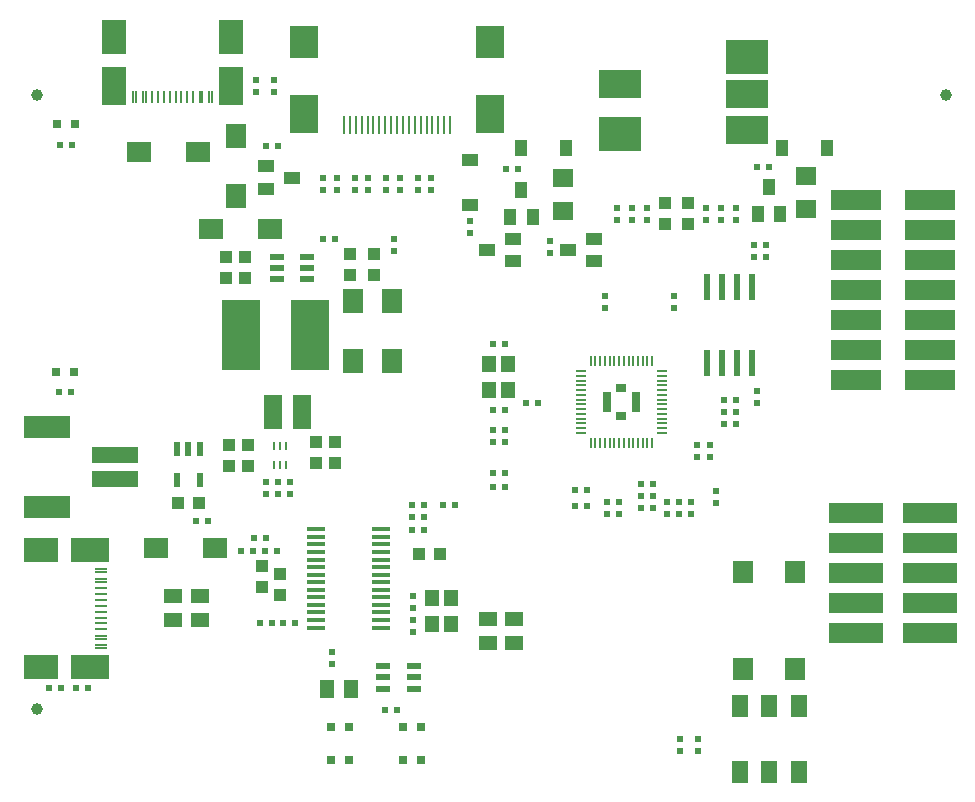
<source format=gbr>
%TF.GenerationSoftware,KiCad,Pcbnew,7.0.9-7.0.9~ubuntu22.04.1*%
%TF.CreationDate,2024-07-19T15:24:13+03:00*%
%TF.ProjectId,RP2040pc_Rev_B,52503230-3430-4706-935f-5265765f422e,B*%
%TF.SameCoordinates,PX68e7780PY7735940*%
%TF.FileFunction,Paste,Top*%
%TF.FilePolarity,Positive*%
%FSLAX46Y46*%
G04 Gerber Fmt 4.6, Leading zero omitted, Abs format (unit mm)*
G04 Created by KiCad (PCBNEW 7.0.9-7.0.9~ubuntu22.04.1) date 2024-07-19 15:24:13*
%MOMM*%
%LPD*%
G01*
G04 APERTURE LIST*
G04 Aperture macros list*
%AMOutline4P*
0 Free polygon, 4 corners , with rotation*
0 The origin of the aperture is its center*
0 number of corners: always 4*
0 $1 to $8 corner X, Y*
0 $9 Rotation angle, in degrees counterclockwise*
0 create outline with 4 corners*
4,1,4,$1,$2,$3,$4,$5,$6,$7,$8,$1,$2,$9*%
G04 Aperture macros list end*
%ADD10R,0.550000X0.500000*%
%ADD11R,0.500000X0.550000*%
%ADD12C,1.000000*%
%ADD13R,1.016000X1.016000*%
%ADD14R,3.550000X2.850000*%
%ADD15R,3.550000X2.450000*%
%ADD16R,3.000000X2.500000*%
%ADD17R,3.000000X2.100000*%
%ADD18R,1.000000X1.400000*%
%ADD19R,1.200000X1.400000*%
%ADD20R,0.600000X2.200000*%
%ADD21R,0.886000X0.211000*%
%ADD22R,0.211000X0.886000*%
%ADD23R,0.800000X1.700000*%
%ADD24R,0.949200X0.800000*%
%ADD25R,1.800000X1.900000*%
%ADD26R,1.778000X1.524000*%
%ADD27R,2.400000X2.800000*%
%ADD28R,2.400000X3.200000*%
%ADD29R,0.230000X1.580000*%
%ADD30R,0.800000X0.800000*%
%ADD31R,0.230000X0.750000*%
%ADD32R,1.524000X1.270000*%
%ADD33Outline4P,-0.850000X-2.125000X0.850000X-2.125000X0.850000X2.125000X-0.850000X2.125000X270.000000*%
%ADD34R,1.270000X1.524000*%
%ADD35R,0.550000X1.200000*%
%ADD36R,2.000000X1.700000*%
%ADD37Outline4P,-0.850000X-2.275000X0.850000X-2.275000X0.850000X2.275000X-0.850000X2.275000X270.000000*%
%ADD38R,1.400000X1.000000*%
%ADD39R,1.500000X0.320000*%
%ADD40R,1.700000X2.000000*%
%ADD41R,1.400000X1.900000*%
%ADD42R,1.200000X0.550000*%
%ADD43R,3.200000X2.100000*%
%ADD44R,2.200000X1.100000*%
%ADD45R,2.000000X1.100000*%
%ADD46R,1.130000X0.280000*%
%ADD47R,1.130000X0.230000*%
%ADD48R,2.100000X3.200000*%
%ADD49R,2.100000X3.000000*%
%ADD50R,1.100000X2.200000*%
%ADD51R,1.100000X2.000000*%
%ADD52R,0.280000X1.130000*%
%ADD53R,0.230000X1.130000*%
%ADD54R,3.200000X6.000000*%
%ADD55R,3.900000X1.900000*%
%ADD56R,3.900000X1.400000*%
%ADD57R,1.600000X3.000000*%
G04 APERTURE END LIST*
D10*
X49766000Y23019000D03*
X49766000Y24035000D03*
D11*
X48115000Y23654000D03*
X47099000Y23654000D03*
D10*
X51925000Y47911000D03*
X51925000Y48927000D03*
X50655000Y47911000D03*
X50655000Y48927000D03*
D12*
X1500000Y58500000D03*
D13*
X54719000Y47530000D03*
X54719000Y49308000D03*
D10*
X53195000Y47911000D03*
X53195000Y48927000D03*
D14*
X61650000Y61700000D03*
D15*
X50850000Y59400000D03*
X61650000Y58600000D03*
X61650000Y55500000D03*
D14*
X50850000Y55200000D03*
D16*
X50950000Y55200000D03*
X61550000Y61700000D03*
D17*
X61550000Y55500000D03*
X61550000Y58600000D03*
X50950000Y59400000D03*
D11*
X41257000Y52229000D03*
X42273000Y52229000D03*
D18*
X41577040Y48200560D03*
X43479500Y48200560D03*
X42524460Y50410360D03*
D10*
X62466000Y32417000D03*
X62466000Y33433000D03*
D11*
X41130000Y26448000D03*
X40114000Y26448000D03*
D10*
X55481000Y40418000D03*
X55481000Y41434000D03*
X49639000Y40418000D03*
X49639000Y41434000D03*
D11*
X41130000Y30131000D03*
X40114000Y30131000D03*
X48115000Y25051000D03*
X47099000Y25051000D03*
D10*
X54846000Y24035000D03*
X54846000Y23019000D03*
D11*
X59672000Y31655000D03*
X60688000Y31655000D03*
X59672000Y30639000D03*
X60688000Y30639000D03*
D10*
X55862000Y24035000D03*
X55862000Y23019000D03*
X56878000Y24035000D03*
X56878000Y23019000D03*
X59037000Y24924000D03*
X59037000Y23908000D03*
D11*
X59672000Y32671000D03*
X60688000Y32671000D03*
X41130000Y31782000D03*
X40114000Y31782000D03*
X40114000Y37370000D03*
X41130000Y37370000D03*
D19*
X41422000Y33476000D03*
X39822000Y35676000D03*
X39822000Y33476000D03*
X41422000Y35676000D03*
D11*
X63228000Y45752000D03*
X62212000Y45752000D03*
X40114000Y25305000D03*
X41130000Y25305000D03*
X42908000Y32417000D03*
X43924000Y32417000D03*
D10*
X57386000Y27845000D03*
X57386000Y28861000D03*
X58529000Y27845000D03*
X58529000Y28861000D03*
D11*
X62212000Y44736000D03*
X63228000Y44736000D03*
D20*
X62085000Y42235000D03*
X60815000Y42235000D03*
X59545000Y42235000D03*
X58275000Y42235000D03*
X58275000Y35765000D03*
X59545000Y35765000D03*
X60815000Y35765000D03*
X62085000Y35765000D03*
D21*
X54437500Y29900000D03*
X54437500Y30300000D03*
X54437500Y30700000D03*
X54437500Y31100000D03*
X54437500Y31500000D03*
X54437500Y31900000D03*
X54437500Y32300000D03*
X54437500Y32700000D03*
X54437500Y33100000D03*
X54437500Y33500000D03*
X54437500Y33900000D03*
X54437500Y34300000D03*
X54437500Y34700000D03*
X54437500Y35100000D03*
D22*
X53600000Y29062500D03*
X53600000Y35937500D03*
X53200000Y29062500D03*
X53200000Y35937500D03*
X52800000Y29062500D03*
X52800000Y35937500D03*
X52400000Y29062500D03*
X52400000Y35937500D03*
D23*
X52193800Y32500000D03*
D22*
X52000000Y29062500D03*
X52000000Y35937500D03*
X51600000Y29062500D03*
X51600000Y35937500D03*
X51200000Y29062500D03*
X51200000Y35937500D03*
D24*
X51000000Y31306200D03*
X51000000Y33693800D03*
D22*
X50800000Y29062500D03*
X50800000Y35937500D03*
X50400000Y29062500D03*
X50400000Y35937500D03*
X50000000Y29062500D03*
X50000000Y35937500D03*
D23*
X49806200Y32500000D03*
D22*
X49600000Y29062500D03*
X49600000Y35937500D03*
X49200000Y29062500D03*
X49200000Y35937500D03*
X48800000Y29062500D03*
X48800000Y35937500D03*
X48400000Y29062500D03*
X48400000Y35937500D03*
D21*
X47562500Y29900000D03*
X47562500Y30300000D03*
X47562500Y30700000D03*
X47562500Y31100000D03*
X47562500Y31500000D03*
X47562500Y31900000D03*
X47562500Y32300000D03*
X47562500Y32700000D03*
X47562500Y33100000D03*
X47562500Y33500000D03*
X47562500Y33900000D03*
X47562500Y34300000D03*
X47562500Y34700000D03*
X47562500Y35100000D03*
D10*
X34907000Y50451000D03*
X34907000Y51467000D03*
X31097000Y50451000D03*
X31097000Y51467000D03*
X26906000Y50451000D03*
X26906000Y51467000D03*
X25763000Y50451000D03*
X25763000Y51467000D03*
D12*
X78500000Y58500000D03*
D25*
X65700000Y18100000D03*
X61300000Y18100000D03*
X65700000Y9900000D03*
X61300000Y9900000D03*
D26*
X46083000Y48673000D03*
X46083000Y51467000D03*
D27*
X24150000Y62950000D03*
D28*
X24150000Y56900000D03*
D27*
X39850000Y62950000D03*
D28*
X39850000Y56900000D03*
D29*
X27500000Y55950000D03*
X28000000Y55950000D03*
X28500000Y55950000D03*
X29000000Y55950000D03*
X29500000Y55950000D03*
X30000000Y55950000D03*
X30500000Y55950000D03*
X31000000Y55950000D03*
X31500000Y55950000D03*
X32000000Y55950000D03*
X32500000Y55950000D03*
X33000000Y55950000D03*
X33500000Y55950000D03*
X34000000Y55950000D03*
X34500000Y55950000D03*
X35000000Y55950000D03*
X35500000Y55950000D03*
X36000000Y55950000D03*
X36500000Y55950000D03*
D10*
X29573000Y50451000D03*
X29573000Y51467000D03*
X28430000Y50451000D03*
X28430000Y51467000D03*
X32240000Y50451000D03*
X32240000Y51467000D03*
X33764000Y50451000D03*
X33764000Y51467000D03*
D11*
X41130000Y29115000D03*
X40114000Y29115000D03*
D12*
X1500000Y6500000D03*
D18*
X46332000Y54007000D03*
X42532000Y54007000D03*
D13*
X26779000Y29115000D03*
X26779000Y27337000D03*
D11*
X26779000Y46260000D03*
X25763000Y46260000D03*
D30*
X34018000Y2191000D03*
X32494000Y2191000D03*
D11*
X3411000Y33306000D03*
X4427000Y33306000D03*
D31*
X21580000Y27197000D03*
X22080000Y27197000D03*
X22580000Y27197000D03*
X21580000Y28747000D03*
X22080000Y28747000D03*
X22580000Y28747000D03*
D11*
X62466000Y52356000D03*
X63482000Y52356000D03*
X33256000Y21622000D03*
X34272000Y21622000D03*
D10*
X60688000Y47911000D03*
X60688000Y48927000D03*
X55989000Y3969000D03*
X55989000Y2953000D03*
D32*
X15349000Y16034000D03*
X15349000Y14002000D03*
X13063000Y16034000D03*
X13063000Y14002000D03*
D10*
X44940000Y45117000D03*
X44940000Y46133000D03*
D33*
X77125000Y49620000D03*
X70875000Y49620000D03*
X77125000Y47080000D03*
X70875000Y47080000D03*
X77125000Y44540000D03*
X70875000Y44540000D03*
X77125000Y42000000D03*
X70875000Y42000000D03*
X77125000Y39460000D03*
X70875000Y39460000D03*
X77125000Y36920000D03*
X70875000Y36920000D03*
X77125000Y34380000D03*
X70875000Y34380000D03*
D34*
X28131000Y8160000D03*
X26099000Y8160000D03*
D13*
X19413000Y28861000D03*
X19413000Y27083000D03*
D10*
X20048000Y58706000D03*
X20048000Y59722000D03*
D30*
X34018000Y4985000D03*
X32494000Y4985000D03*
D35*
X15283000Y28510000D03*
X14333000Y28510000D03*
X13383000Y28510000D03*
X13383000Y25910000D03*
X15283000Y25910000D03*
D10*
X26525000Y11335000D03*
X26525000Y10319000D03*
D32*
X41892000Y14129000D03*
X41892000Y12097000D03*
D30*
X3157000Y35000000D03*
X4681000Y35000000D03*
D36*
X15182000Y53626000D03*
X10182000Y53626000D03*
D13*
X19159000Y42958000D03*
X19159000Y44736000D03*
D10*
X21572000Y58706000D03*
X21572000Y59722000D03*
D11*
X35923000Y23781000D03*
X36939000Y23781000D03*
D37*
X77125000Y23080000D03*
X70875000Y23080000D03*
X77125000Y20540000D03*
X70875000Y20540000D03*
X77125000Y18000000D03*
X70875000Y18000000D03*
X77125000Y15460000D03*
X70875000Y15460000D03*
X77125000Y12920000D03*
X70875000Y12920000D03*
D18*
X68430000Y54007000D03*
X64630000Y54007000D03*
D11*
X52687000Y24543000D03*
X53703000Y24543000D03*
D13*
X13444000Y23908000D03*
X15222000Y23908000D03*
D11*
X21826000Y19844000D03*
X20810000Y19844000D03*
X2522000Y8287000D03*
X3538000Y8287000D03*
D38*
X48714440Y44421040D03*
X48714440Y46323500D03*
X46504640Y45368460D03*
D39*
X30672000Y13398000D03*
X30672000Y14038000D03*
X30672000Y14678000D03*
X30672000Y15318000D03*
X30672000Y15958000D03*
X30672000Y16598000D03*
X30672000Y17238000D03*
X30672000Y17878000D03*
X30672000Y18518000D03*
X30672000Y19158000D03*
X30672000Y19798000D03*
X30672000Y20438000D03*
X30672000Y21078000D03*
X30672000Y21718000D03*
X25172000Y21718000D03*
X25172000Y21078000D03*
X25172000Y20438000D03*
X25172000Y19798000D03*
X25172000Y19158000D03*
X25172000Y18518000D03*
X25172000Y17878000D03*
X25172000Y17238000D03*
X25172000Y16598000D03*
X25172000Y15958000D03*
X25172000Y15318000D03*
X25172000Y14678000D03*
X25172000Y14038000D03*
X25172000Y13398000D03*
D40*
X28303000Y41013000D03*
X28303000Y36013000D03*
D41*
X61000000Y1200000D03*
X63500000Y1200000D03*
X66000000Y1200000D03*
X61000000Y6800000D03*
X63500000Y6800000D03*
X66000000Y6800000D03*
D42*
X24396100Y42897000D03*
X24396100Y43847000D03*
X24396100Y44797000D03*
X21795900Y44797000D03*
X21795900Y43847000D03*
X21795900Y42897000D03*
D38*
X41856440Y44421040D03*
X41856440Y46323500D03*
X39646640Y45368460D03*
D13*
X22080000Y16161000D03*
X22080000Y17939000D03*
D42*
X33413100Y8226000D03*
X33413100Y9176000D03*
X33413100Y10126000D03*
X30812900Y10126000D03*
X30812900Y9176000D03*
X30812900Y8226000D03*
D11*
X20937000Y20987000D03*
X19921000Y20987000D03*
D13*
X56624000Y47530000D03*
X56624000Y49308000D03*
D19*
X34996000Y15864000D03*
X36596000Y13664000D03*
X36596000Y15864000D03*
X34996000Y13664000D03*
D43*
X6030000Y10072400D03*
X6030000Y19927600D03*
D17*
X1850000Y10072400D03*
X1850000Y19927600D03*
D44*
X6030000Y10072400D03*
X6030000Y19927600D03*
D45*
X1850000Y10072400D03*
X1850000Y19927600D03*
D46*
X6932000Y18325000D03*
X6932000Y17525000D03*
D47*
X6932000Y16250000D03*
X6932000Y15250000D03*
X6932000Y14750000D03*
X6932000Y13750000D03*
D46*
X6932000Y12475000D03*
X6932000Y11675000D03*
X6932000Y11925000D03*
X6932000Y12725000D03*
D47*
X6932000Y13250000D03*
X6932000Y14250000D03*
X6932000Y15750000D03*
X6932000Y16750000D03*
D46*
X6932000Y17275000D03*
X6932000Y18075000D03*
D11*
X23350000Y13748000D03*
X22334000Y13748000D03*
D38*
X20892560Y52449960D03*
X20892560Y50547500D03*
X23102360Y51502540D03*
D10*
X50782000Y24035000D03*
X50782000Y23019000D03*
X38209000Y46768000D03*
X38209000Y47784000D03*
D11*
X34272000Y22765000D03*
X33256000Y22765000D03*
D10*
X59418000Y47911000D03*
X59418000Y48927000D03*
D13*
X33891000Y19590000D03*
X35669000Y19590000D03*
D11*
X21445000Y13748000D03*
X20429000Y13748000D03*
D10*
X33383000Y15018000D03*
X33383000Y16034000D03*
D13*
X17508000Y42958000D03*
X17508000Y44736000D03*
D11*
X53703000Y25559000D03*
X52687000Y25559000D03*
D10*
X20937000Y25686000D03*
X20937000Y24670000D03*
D40*
X18397000Y49983000D03*
X18397000Y54983000D03*
D11*
X18778000Y19844000D03*
X19794000Y19844000D03*
D13*
X20556000Y18574000D03*
X20556000Y16796000D03*
D11*
X15984000Y22384000D03*
X14968000Y22384000D03*
X34272000Y23781000D03*
X33256000Y23781000D03*
D48*
X8072400Y59220000D03*
X17927600Y59220000D03*
D49*
X8072400Y63400000D03*
X17927600Y63400000D03*
D50*
X8072400Y59220000D03*
X17927600Y59220000D03*
D51*
X8072400Y63400000D03*
X17927600Y63400000D03*
D52*
X16325000Y58318000D03*
X15525000Y58318000D03*
D53*
X14250000Y58318000D03*
X13250000Y58318000D03*
X12750000Y58318000D03*
X11750000Y58318000D03*
D52*
X10475000Y58318000D03*
X9675000Y58318000D03*
X9925000Y58318000D03*
X10725000Y58318000D03*
D53*
X11250000Y58318000D03*
X12250000Y58318000D03*
X13750000Y58318000D03*
X14750000Y58318000D03*
D52*
X15275000Y58318000D03*
X16075000Y58318000D03*
D10*
X21953000Y25686000D03*
X21953000Y24670000D03*
D36*
X16579000Y20098000D03*
X11579000Y20098000D03*
D10*
X58148000Y47911000D03*
X58148000Y48927000D03*
D13*
X30081000Y43212000D03*
X30081000Y44990000D03*
D36*
X16278000Y47149000D03*
X21278000Y47149000D03*
D13*
X25128000Y29115000D03*
X25128000Y27337000D03*
D38*
X38209000Y52986000D03*
X38209000Y49186000D03*
D13*
X17762000Y28861000D03*
X17762000Y27083000D03*
D32*
X39733000Y14129000D03*
X39733000Y12097000D03*
D11*
X3492000Y54250000D03*
X4508000Y54250000D03*
D30*
X27922000Y4985000D03*
X26398000Y4985000D03*
D11*
X53703000Y23527000D03*
X52687000Y23527000D03*
D10*
X22969000Y25686000D03*
X22969000Y24670000D03*
D11*
X30970000Y6382000D03*
X31986000Y6382000D03*
D40*
X31605000Y41013000D03*
X31605000Y36013000D03*
D13*
X28049000Y43212000D03*
X28049000Y44990000D03*
D10*
X31732000Y45244000D03*
X31732000Y46260000D03*
D18*
X62532040Y48454560D03*
X64434500Y48454560D03*
X63479460Y50664360D03*
D54*
X24599000Y38132000D03*
X18799000Y38132000D03*
D30*
X3238000Y56000000D03*
X4762000Y56000000D03*
D55*
X2400000Y30350000D03*
D56*
X8100000Y28000000D03*
X8100000Y26000000D03*
D55*
X2400000Y23650000D03*
D10*
X33383000Y14002000D03*
X33383000Y12986000D03*
D57*
X21515000Y31655000D03*
X23915000Y31655000D03*
D11*
X5824000Y8287000D03*
X4808000Y8287000D03*
D30*
X27922000Y2191000D03*
X26398000Y2191000D03*
D11*
X20937000Y54134000D03*
X21953000Y54134000D03*
D26*
X66657000Y48800000D03*
X66657000Y51594000D03*
D10*
X57513000Y2953000D03*
X57513000Y3969000D03*
M02*

</source>
